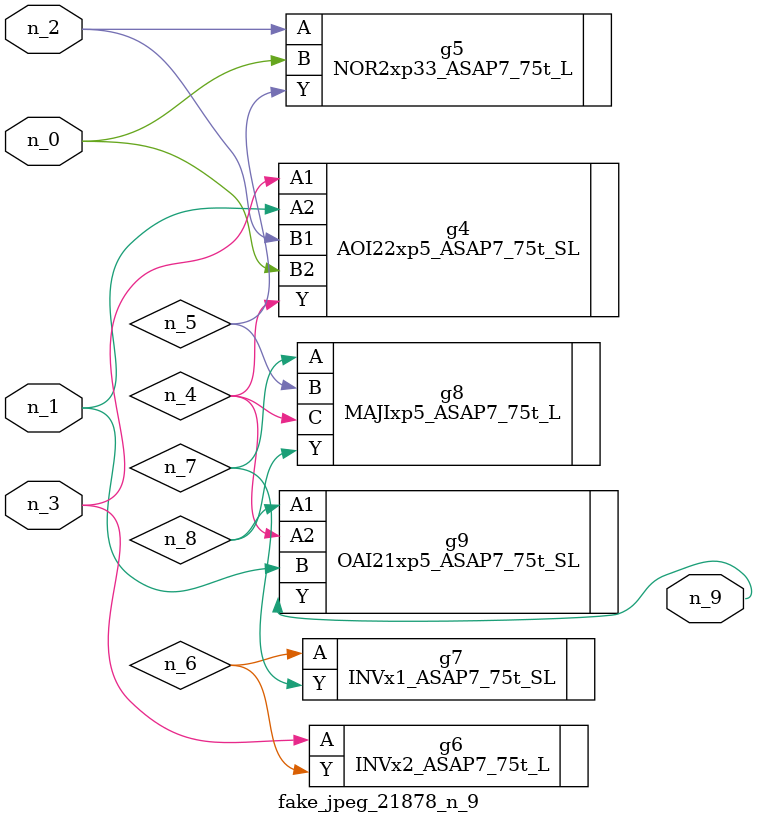
<source format=v>
module fake_jpeg_21878_n_9 (n_0, n_3, n_2, n_1, n_9);

input n_0;
input n_3;
input n_2;
input n_1;

output n_9;

wire n_4;
wire n_8;
wire n_6;
wire n_5;
wire n_7;

AOI22xp5_ASAP7_75t_SL g4 ( 
.A1(n_3),
.A2(n_1),
.B1(n_2),
.B2(n_0),
.Y(n_4)
);

NOR2xp33_ASAP7_75t_L g5 ( 
.A(n_2),
.B(n_0),
.Y(n_5)
);

INVx2_ASAP7_75t_L g6 ( 
.A(n_3),
.Y(n_6)
);

INVx1_ASAP7_75t_SL g7 ( 
.A(n_6),
.Y(n_7)
);

MAJIxp5_ASAP7_75t_L g8 ( 
.A(n_7),
.B(n_5),
.C(n_4),
.Y(n_8)
);

OAI21xp5_ASAP7_75t_SL g9 ( 
.A1(n_8),
.A2(n_4),
.B(n_1),
.Y(n_9)
);


endmodule
</source>
